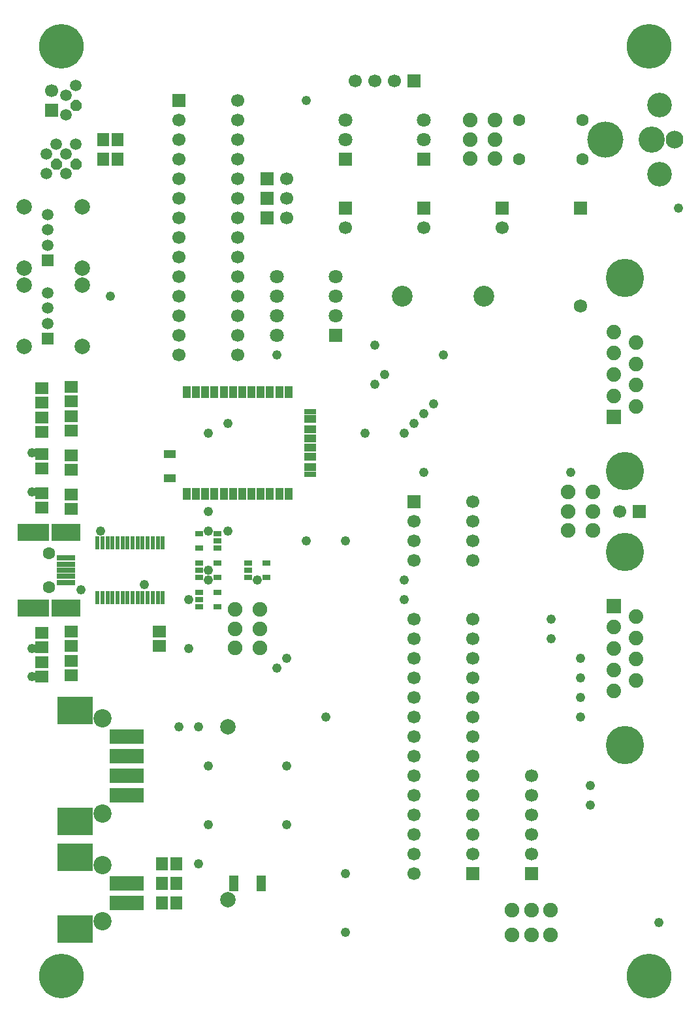
<source format=gbr>
G04 DipTrace 2.1.0.5*
%INBottom Mask.gbr*%
%MOIN*%
%ADD10C,0.0098*%
%ADD11C,0.0055*%
%ADD12C,0.003*%
%ADD13C,0.05*%
%ADD14C,0.025*%
%ADD15C,0.0125*%
%ADD16C,0.02*%
%ADD17C,0.1*%
%ADD18C,0.01*%
%ADD19C,0.0013*%
%ADD20C,0.15*%
%ADD21C,0.0039*%
%ADD22R,0.0591X0.0591*%
%ADD23C,0.0591*%
%ADD24R,0.0512X0.0591*%
%ADD25R,0.0591X0.0512*%
%ADD26R,0.063X0.0709*%
%ADD27C,0.0984*%
%ADD28R,0.0665X0.0665*%
%ADD29C,0.0665*%
%ADD30C,0.1874*%
%ADD31R,0.0394X0.0748*%
%ADD32R,0.0866X0.0551*%
%ADD33R,0.0354X0.0551*%
%ADD34C,0.0591*%
%ADD35C,0.0512*%
%ADD36R,0.0886X0.0197*%
%ADD37R,0.1378X0.0807*%
%ADD38R,0.1535X0.0807*%
%ADD39C,0.0551*%
%ADD40R,0.1181X0.0433*%
%ADD41R,0.0787X0.1181*%
%ADD42R,0.0394X0.1181*%
%ADD43C,0.0709*%
%ADD44R,0.165X0.0701*%
%ADD45R,0.1732X0.1358*%
%ADD46C,0.085*%
%ADD47C,0.0079*%
%ADD48R,0.063X0.063*%
%ADD49C,0.063*%
%ADD50C,0.22*%
%ADD51R,0.0374X0.0354*%
%ADD52R,0.0433X0.0394*%
%ADD53C,0.06*%
%ADD54R,0.0512X0.0512*%
%ADD55C,0.0709*%
%ADD56R,0.0748X0.0591*%
%ADD57C,0.063*%
%ADD58C,0.0669*%
%ADD59R,0.0315X0.0512*%
%ADD60R,0.0512X0.0315*%
%ADD61R,0.0512X0.0236*%
%ADD62C,0.0142*%
%ADD63R,0.0315X0.0217*%
%ADD64R,0.0138X0.0571*%
%ADD65R,0.0315X0.0354*%
%ADD66R,0.0669X0.0598*%
%ADD67C,0.0827*%
%ADD68C,0.1181*%
%ADD69C,0.126*%
%ADD70C,0.1772*%
%ADD71R,0.0669X0.0394*%
%ADD72C,0.04*%
%ADD73C,0.0191*%
%ADD74C,0.0394*%
%ADD75C,0.0429*%
%ADD76C,0.1283*%
%ADD77C,0.0354*%
%ADD78C,0.0469*%
%ADD79C,0.13*%
%ADD80C,0.038*%
%ADD81C,0.0315*%
%ADD82C,0.0276*%
%ADD83C,0.0906*%
%ADD84C,0.1181*%
%ADD85C,0.0479*%
%ADD86C,0.0321*%
%ADD87R,0.0748X0.0472*%
%ADD88R,0.0591X0.0315*%
%ADD89C,0.185*%
%ADD90C,0.1693*%
%ADD91C,0.1339*%
%ADD92C,0.1102*%
%ADD93C,0.0906*%
%ADD94C,0.0748*%
%ADD95R,0.0748X0.0677*%
%ADD96R,0.0591X0.052*%
%ADD97R,0.0394X0.0433*%
%ADD98R,0.0236X0.0276*%
%ADD99R,0.0217X0.065*%
%ADD100R,0.0059X0.0492*%
%ADD101R,0.0394X0.0295*%
%ADD102R,0.0236X0.0138*%
%ADD103R,0.0433X0.0157*%
%ADD104R,0.0591X0.0394*%
%ADD105R,0.0433X0.0236*%
%ADD106R,0.0394X0.0591*%
%ADD107R,0.0236X0.0433*%
%ADD108C,0.0748*%
%ADD109C,0.0551*%
%ADD110R,0.0827X0.0669*%
%ADD111R,0.0669X0.0512*%
%ADD112C,0.0787*%
%ADD113R,0.0433X0.0433*%
%ADD114C,0.0679*%
%ADD115C,0.0521*%
%ADD116R,0.0512X0.0472*%
%ADD117R,0.0354X0.0315*%
%ADD118R,0.0453X0.0433*%
%ADD119R,0.0295X0.0276*%
%ADD120C,0.2279*%
%ADD121C,0.2121*%
%ADD122R,0.0709X0.0709*%
%ADD123R,0.0551X0.0551*%
%ADD124C,0.0929*%
%ADD125C,0.0772*%
%ADD126R,0.1811X0.1437*%
%ADD127R,0.1654X0.128*%
%ADD128R,0.1728X0.078*%
%ADD129R,0.1571X0.0622*%
%ADD130C,0.0787*%
%ADD131R,0.0472X0.126*%
%ADD132R,0.0315X0.1102*%
%ADD133R,0.0866X0.126*%
%ADD134R,0.0709X0.1102*%
%ADD135R,0.126X0.0512*%
%ADD136R,0.1102X0.0354*%
%ADD137C,0.0472*%
%ADD138R,0.1614X0.0886*%
%ADD139R,0.1457X0.0728*%
%ADD140R,0.1457X0.0886*%
%ADD141R,0.1299X0.0728*%
%ADD142R,0.0965X0.0276*%
%ADD143R,0.0807X0.0118*%
%ADD144C,0.0433*%
%ADD145C,0.0669*%
%ADD146C,0.0512*%
%ADD147R,0.0433X0.063*%
%ADD148R,0.0276X0.0472*%
%ADD149R,0.0945X0.063*%
%ADD150R,0.0787X0.0472*%
%ADD151R,0.0472X0.0827*%
%ADD152R,0.0315X0.0669*%
%ADD153C,0.1953*%
%ADD154C,0.1795*%
%ADD155C,0.0744*%
%ADD156C,0.0587*%
%ADD157R,0.0744X0.0744*%
%ADD158R,0.0587X0.0587*%
%ADD159C,0.1063*%
%ADD160R,0.0709X0.0787*%
%ADD161R,0.0551X0.063*%
%ADD162R,0.0669X0.0591*%
%ADD163R,0.0512X0.0433*%
%ADD164R,0.0591X0.0669*%
%ADD165R,0.0433X0.0512*%
%ADD166R,0.0669X0.0669*%
%ADD167C,0.0093*%
%ADD168C,0.0077*%
%ADD169C,0.0154*%
%ADD170C,0.0124*%
%FSLAX44Y44*%
%SFA1B1*%
%OFA0B0*%
G04*
G70*
G90*
G75*
G01*
%LNBotMask*%
%LPD*%
D85*
X10000Y24000D3*
Y21500D3*
X12500D3*
X9500Y7000D3*
X1000Y16567D3*
Y28000D3*
Y18000D3*
Y26000D3*
X4500Y24000D3*
X9000Y20500D3*
X10000Y29000D3*
X4500Y24000D3*
X11000D3*
X9000Y20500D3*
X18000Y29000D3*
X22000Y33000D3*
X17000Y23500D3*
X15000D3*
X29000Y17500D3*
Y16500D3*
Y15500D3*
Y14500D3*
X16000D3*
X5000Y36000D3*
X34000Y40500D3*
X28500Y27000D3*
X20000Y21500D3*
Y20500D3*
X21000Y27000D3*
X14000Y9000D3*
X17000Y6500D3*
X14000Y12000D3*
X10000D3*
Y9000D3*
X17000Y3500D3*
Y6500D3*
X15000Y46000D3*
X9000Y18000D3*
X29500Y10000D3*
Y11000D3*
X27500Y18500D3*
Y19500D3*
X13500Y33000D3*
X33000Y4000D3*
X20000Y29000D3*
X3500Y21000D3*
X10000Y25000D3*
Y22000D3*
X21500Y30500D3*
X18500Y33500D3*
X11000Y29500D3*
X6750Y21250D3*
X11000Y29500D3*
X20500D3*
X18500Y31500D3*
X8500Y14000D3*
X13500Y17000D3*
X9500Y14000D3*
X14000Y17500D3*
X21000Y30000D3*
X19000Y32000D3*
D166*
X17000Y40492D3*
D58*
Y39508D3*
D166*
X21000Y40492D3*
D58*
Y39508D3*
D166*
X25000Y40492D3*
D58*
Y39508D3*
D162*
X7500Y18874D3*
Y18126D3*
D159*
X24087Y36000D3*
X19913D3*
D157*
X30711Y20181D3*
D155*
Y19091D3*
Y18000D3*
Y16909D3*
Y15819D3*
X31829Y19636D3*
Y18545D3*
Y17455D3*
Y16364D3*
D153*
X31270Y22919D3*
Y13081D3*
D157*
X30711Y29819D3*
D155*
Y30909D3*
Y32000D3*
Y33091D3*
Y34181D3*
X31829Y30364D3*
Y31455D3*
Y32545D3*
Y33636D3*
D153*
X31270Y36919D3*
Y27081D3*
D151*
X12709Y6000D3*
X11291D3*
D162*
X1500Y18067D3*
Y18815D3*
Y16567D3*
Y17315D3*
Y25933D3*
Y25185D3*
D166*
X2000Y45500D3*
D145*
Y46500D3*
D23*
X2750Y45250D3*
G36*
X3526Y45865D2*
Y45636D1*
X3364Y45475D1*
X3136D1*
X2974Y45636D1*
Y45865D1*
X3136Y46026D1*
X3364D1*
X3526Y45865D1*
G37*
D23*
X2750Y46250D3*
X3250Y46750D3*
X2750Y42250D3*
G36*
X3526Y42865D2*
Y42636D1*
X3364Y42475D1*
X3136D1*
X2974Y42636D1*
Y42865D1*
X3136Y43026D1*
X3364D1*
X3526Y42865D1*
G37*
D23*
X2750Y43250D3*
X3250Y43750D3*
X1750Y42250D3*
G36*
X2526Y42865D2*
Y42636D1*
X2364Y42475D1*
X2136D1*
X1974Y42636D1*
Y42865D1*
X2136Y43026D1*
X2364D1*
X2526Y42865D1*
G37*
D23*
X1750Y43250D3*
X2250Y43750D3*
D162*
X1500Y27933D3*
Y27185D3*
Y30567D3*
Y31315D3*
Y29067D3*
Y29815D3*
D142*
X2750Y21370D3*
Y22000D3*
Y21685D3*
Y22315D3*
D140*
Y23939D3*
Y20061D3*
D138*
X1077D3*
Y23939D3*
D142*
X2750Y22630D3*
D49*
X1875Y21134D3*
Y22866D3*
D130*
X11000Y14000D3*
Y5181D3*
D128*
X5850Y6000D3*
Y5000D3*
D126*
X3200Y3669D3*
Y7331D3*
D124*
X4602Y6949D3*
Y4051D3*
D128*
X5850Y13500D3*
Y12500D3*
Y11500D3*
Y10500D3*
D126*
X3200Y9169D3*
Y14831D3*
D124*
X4602Y14449D3*
Y9551D3*
D166*
X13000Y40000D3*
D58*
X14000D3*
D166*
X26500Y6500D3*
D58*
Y7500D3*
Y8500D3*
Y9500D3*
Y10500D3*
Y11500D3*
D166*
X13000Y41000D3*
D58*
X14000D3*
D166*
X13000Y42000D3*
D58*
X14000D3*
D122*
X21000Y43000D3*
D43*
Y44000D3*
Y45000D3*
D122*
X17000Y43000D3*
D43*
Y44000D3*
Y45000D3*
D166*
X20500Y25500D3*
D145*
Y24500D3*
Y23500D3*
Y22500D3*
X23500D3*
Y23500D3*
Y24500D3*
Y25500D3*
D120*
X2500Y1250D3*
X32500D3*
X2500Y48750D3*
X32500D3*
D162*
X3000Y25126D3*
Y25874D3*
Y18874D3*
Y18126D3*
Y17374D3*
Y16626D3*
D114*
X29000Y35500D3*
G36*
X29339Y40839D2*
Y40161D1*
X28661D1*
Y40839D1*
X29339D1*
G37*
D164*
X4626Y43000D3*
X5374D3*
X4626Y44000D3*
X5374D3*
D162*
X3000Y31374D3*
Y30626D3*
Y27126D3*
Y27874D3*
Y29874D3*
Y29126D3*
D164*
X7626Y6000D3*
X8374D3*
X7626Y7000D3*
X8374D3*
X7626Y5000D3*
X8374D3*
D23*
X1800Y40181D3*
Y39394D3*
Y38606D3*
D22*
Y37819D3*
D112*
X619Y40575D3*
X3572D3*
X619Y37425D3*
X3572D3*
D23*
X1800Y36181D3*
Y35394D3*
Y34606D3*
D22*
Y33819D3*
D112*
X619Y36575D3*
X3572D3*
X619Y33425D3*
X3572D3*
D122*
X16500Y34000D3*
D55*
Y35000D3*
Y36000D3*
Y37000D3*
X13500D3*
Y36000D3*
Y35000D3*
Y34000D3*
D108*
X24630Y44984D3*
Y44000D3*
Y43016D3*
X23370D3*
Y44000D3*
Y44984D3*
D106*
X8902Y31098D3*
X9374D3*
X9846D3*
X10319D3*
X10791D3*
X11264D3*
X11736D3*
X12209D3*
X12681D3*
X13154D3*
X13626D3*
X14098D3*
Y25902D3*
X13626D3*
X13154D3*
X12681D3*
X12209D3*
X11736D3*
X11264D3*
X10791D3*
X10319D3*
X9846D3*
X9374D3*
X8902D3*
D104*
X8035Y26689D3*
Y27949D3*
X15201Y27280D3*
Y29720D3*
D88*
Y26886D3*
D104*
Y27791D3*
Y28264D3*
Y28736D3*
Y29209D3*
D88*
Y30114D3*
D166*
X32000Y25000D3*
D145*
X31000D3*
D101*
X9528Y21626D3*
Y22000D3*
Y22374D3*
X10472D3*
Y21626D3*
D99*
X4354Y23388D3*
X4610D3*
X4866D3*
X5122D3*
X5377D3*
X5633D3*
X5889D3*
X6145D3*
X6401D3*
X6657D3*
X6913D3*
X7169D3*
X7425D3*
X7680D3*
Y20612D3*
X7425D3*
X7169D3*
X6913D3*
X6657D3*
X6401D3*
X6145D3*
X5889D3*
X5633D3*
X5377D3*
X5122D3*
X4866D3*
X4610D3*
X4354D3*
D108*
X11370Y18016D3*
Y19000D3*
Y19984D3*
X12630D3*
Y19000D3*
Y18016D3*
D166*
X23500Y6500D3*
D145*
Y7500D3*
Y8500D3*
Y9500D3*
Y10500D3*
Y11500D3*
Y12500D3*
Y13500D3*
Y14500D3*
Y15500D3*
Y16500D3*
Y17500D3*
Y18500D3*
Y19500D3*
X20500D3*
Y18500D3*
Y17500D3*
Y16500D3*
Y15500D3*
Y14500D3*
Y13500D3*
Y12500D3*
Y11500D3*
Y10500D3*
Y9500D3*
Y8500D3*
Y7500D3*
Y6500D3*
D166*
X8500Y46000D3*
D145*
Y45000D3*
Y44000D3*
Y43000D3*
Y42000D3*
Y41000D3*
Y40000D3*
Y39000D3*
Y38000D3*
Y37000D3*
Y36000D3*
Y35000D3*
Y34000D3*
Y33000D3*
X11500D3*
Y34000D3*
Y35000D3*
Y36000D3*
Y37000D3*
Y38000D3*
Y39000D3*
Y40000D3*
Y41000D3*
Y42000D3*
Y43000D3*
Y44000D3*
Y45000D3*
Y46000D3*
D108*
X28370Y24016D3*
Y25000D3*
Y25984D3*
X29630D3*
Y25000D3*
Y24016D3*
D101*
X12028Y21626D3*
Y22000D3*
Y22374D3*
X12972D3*
Y21626D3*
X9528Y20126D3*
Y20500D3*
Y20874D3*
X10472D3*
Y20126D3*
D49*
X25886Y42996D3*
Y45004D3*
X29114Y42996D3*
Y45004D3*
D93*
X33819Y44000D3*
D69*
X33031Y45772D3*
Y42228D3*
D91*
X32638Y44000D3*
D89*
X30276D3*
D166*
X20500Y47000D3*
D145*
X19500D3*
X18500D3*
X17500D3*
D108*
X27484Y3370D3*
X26500D3*
X25516D3*
Y4630D3*
X26500D3*
X27484D3*
D101*
X10472Y23874D3*
Y23500D3*
Y23126D3*
X9528D3*
Y23874D3*
M02*

</source>
